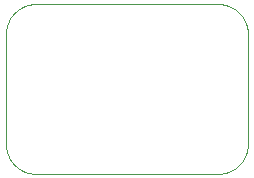
<source format=gko>
G75*
%MOIN*%
%OFA0B0*%
%FSLAX26Y26*%
%IPPOS*%
%LPD*%
%AMOC8*
5,1,8,0,0,1.08239X$1,22.5*
%
%ADD10C,0.000000*%
D10*
X00079921Y00025197D02*
X00688976Y00025197D01*
X00691354Y00025226D01*
X00693731Y00025312D01*
X00696105Y00025456D01*
X00698475Y00025656D01*
X00700840Y00025915D01*
X00703197Y00026230D01*
X00705547Y00026602D01*
X00707886Y00027031D01*
X00710215Y00027516D01*
X00712531Y00028057D01*
X00714833Y00028654D01*
X00717120Y00029307D01*
X00719391Y00030014D01*
X00721644Y00030777D01*
X00723878Y00031593D01*
X00726092Y00032463D01*
X00728283Y00033387D01*
X00730452Y00034363D01*
X00732597Y00035391D01*
X00734716Y00036471D01*
X00736809Y00037602D01*
X00738874Y00038783D01*
X00740909Y00040013D01*
X00742914Y00041292D01*
X00744888Y00042620D01*
X00746829Y00043995D01*
X00748736Y00045416D01*
X00750608Y00046883D01*
X00752445Y00048394D01*
X00754244Y00049950D01*
X00756005Y00051548D01*
X00757727Y00053189D01*
X00759409Y00054871D01*
X00761050Y00056593D01*
X00762648Y00058354D01*
X00764204Y00060153D01*
X00765715Y00061990D01*
X00767182Y00063862D01*
X00768603Y00065769D01*
X00769978Y00067710D01*
X00771306Y00069684D01*
X00772585Y00071689D01*
X00773815Y00073724D01*
X00774996Y00075789D01*
X00776127Y00077882D01*
X00777207Y00080001D01*
X00778235Y00082146D01*
X00779211Y00084315D01*
X00780135Y00086506D01*
X00781005Y00088720D01*
X00781821Y00090954D01*
X00782584Y00093207D01*
X00783291Y00095478D01*
X00783944Y00097765D01*
X00784541Y00100067D01*
X00785082Y00102383D01*
X00785567Y00104712D01*
X00785996Y00107051D01*
X00786368Y00109401D01*
X00786683Y00111758D01*
X00786942Y00114123D01*
X00787142Y00116493D01*
X00787286Y00118867D01*
X00787372Y00121244D01*
X00787401Y00123622D01*
X00787402Y00123622D02*
X00787402Y00492126D01*
X00787401Y00492126D02*
X00787372Y00494504D01*
X00787286Y00496881D01*
X00787142Y00499255D01*
X00786942Y00501625D01*
X00786683Y00503990D01*
X00786368Y00506347D01*
X00785996Y00508697D01*
X00785567Y00511036D01*
X00785082Y00513365D01*
X00784541Y00515681D01*
X00783944Y00517983D01*
X00783291Y00520270D01*
X00782584Y00522541D01*
X00781821Y00524794D01*
X00781005Y00527028D01*
X00780135Y00529242D01*
X00779211Y00531433D01*
X00778235Y00533602D01*
X00777207Y00535747D01*
X00776127Y00537866D01*
X00774996Y00539959D01*
X00773815Y00542024D01*
X00772585Y00544059D01*
X00771306Y00546064D01*
X00769978Y00548038D01*
X00768603Y00549979D01*
X00767182Y00551886D01*
X00765715Y00553758D01*
X00764204Y00555595D01*
X00762648Y00557394D01*
X00761050Y00559155D01*
X00759409Y00560877D01*
X00757727Y00562559D01*
X00756005Y00564200D01*
X00754244Y00565798D01*
X00752445Y00567354D01*
X00750608Y00568865D01*
X00748736Y00570332D01*
X00746829Y00571753D01*
X00744888Y00573128D01*
X00742914Y00574456D01*
X00740909Y00575735D01*
X00738874Y00576965D01*
X00736809Y00578146D01*
X00734716Y00579277D01*
X00732597Y00580357D01*
X00730452Y00581385D01*
X00728283Y00582361D01*
X00726092Y00583285D01*
X00723878Y00584155D01*
X00721644Y00584971D01*
X00719391Y00585734D01*
X00717120Y00586441D01*
X00714833Y00587094D01*
X00712531Y00587691D01*
X00710215Y00588232D01*
X00707886Y00588717D01*
X00705547Y00589146D01*
X00703197Y00589518D01*
X00700840Y00589833D01*
X00698475Y00590092D01*
X00696105Y00590292D01*
X00693731Y00590436D01*
X00691354Y00590522D01*
X00688976Y00590551D01*
X00079921Y00590551D01*
X00077543Y00590522D01*
X00075166Y00590436D01*
X00072792Y00590292D01*
X00070422Y00590092D01*
X00068057Y00589833D01*
X00065700Y00589518D01*
X00063350Y00589146D01*
X00061011Y00588717D01*
X00058682Y00588232D01*
X00056366Y00587691D01*
X00054064Y00587094D01*
X00051777Y00586441D01*
X00049506Y00585734D01*
X00047253Y00584971D01*
X00045019Y00584155D01*
X00042805Y00583285D01*
X00040614Y00582361D01*
X00038445Y00581385D01*
X00036300Y00580357D01*
X00034181Y00579277D01*
X00032088Y00578146D01*
X00030023Y00576965D01*
X00027988Y00575735D01*
X00025983Y00574456D01*
X00024009Y00573128D01*
X00022068Y00571753D01*
X00020161Y00570332D01*
X00018289Y00568865D01*
X00016452Y00567354D01*
X00014653Y00565798D01*
X00012892Y00564200D01*
X00011170Y00562559D01*
X00009488Y00560877D01*
X00007847Y00559155D01*
X00006249Y00557394D01*
X00004693Y00555595D01*
X00003182Y00553758D01*
X00001715Y00551886D01*
X00000294Y00549979D01*
X-00001081Y00548038D01*
X-00002409Y00546064D01*
X-00003688Y00544059D01*
X-00004918Y00542024D01*
X-00006099Y00539959D01*
X-00007230Y00537866D01*
X-00008310Y00535747D01*
X-00009338Y00533602D01*
X-00010314Y00531433D01*
X-00011238Y00529242D01*
X-00012108Y00527028D01*
X-00012924Y00524794D01*
X-00013687Y00522541D01*
X-00014394Y00520270D01*
X-00015047Y00517983D01*
X-00015644Y00515681D01*
X-00016185Y00513365D01*
X-00016670Y00511036D01*
X-00017099Y00508697D01*
X-00017471Y00506347D01*
X-00017786Y00503990D01*
X-00018045Y00501625D01*
X-00018245Y00499255D01*
X-00018389Y00496881D01*
X-00018475Y00494504D01*
X-00018504Y00492126D01*
X-00018504Y00123622D01*
X-00018475Y00121244D01*
X-00018389Y00118867D01*
X-00018245Y00116493D01*
X-00018045Y00114123D01*
X-00017786Y00111758D01*
X-00017471Y00109401D01*
X-00017099Y00107051D01*
X-00016670Y00104712D01*
X-00016185Y00102383D01*
X-00015644Y00100067D01*
X-00015047Y00097765D01*
X-00014394Y00095478D01*
X-00013687Y00093207D01*
X-00012924Y00090954D01*
X-00012108Y00088720D01*
X-00011238Y00086506D01*
X-00010314Y00084315D01*
X-00009338Y00082146D01*
X-00008310Y00080001D01*
X-00007230Y00077882D01*
X-00006099Y00075789D01*
X-00004918Y00073724D01*
X-00003688Y00071689D01*
X-00002409Y00069684D01*
X-00001081Y00067710D01*
X00000294Y00065769D01*
X00001715Y00063862D01*
X00003182Y00061990D01*
X00004693Y00060153D01*
X00006249Y00058354D01*
X00007847Y00056593D01*
X00009488Y00054871D01*
X00011170Y00053189D01*
X00012892Y00051548D01*
X00014653Y00049950D01*
X00016452Y00048394D01*
X00018289Y00046883D01*
X00020161Y00045416D01*
X00022068Y00043995D01*
X00024009Y00042620D01*
X00025983Y00041292D01*
X00027988Y00040013D01*
X00030023Y00038783D01*
X00032088Y00037602D01*
X00034181Y00036471D01*
X00036300Y00035391D01*
X00038445Y00034363D01*
X00040614Y00033387D01*
X00042805Y00032463D01*
X00045019Y00031593D01*
X00047253Y00030777D01*
X00049506Y00030014D01*
X00051777Y00029307D01*
X00054064Y00028654D01*
X00056366Y00028057D01*
X00058682Y00027516D01*
X00061011Y00027031D01*
X00063350Y00026602D01*
X00065700Y00026230D01*
X00068057Y00025915D01*
X00070422Y00025656D01*
X00072792Y00025456D01*
X00075166Y00025312D01*
X00077543Y00025226D01*
X00079921Y00025197D01*
M02*

</source>
